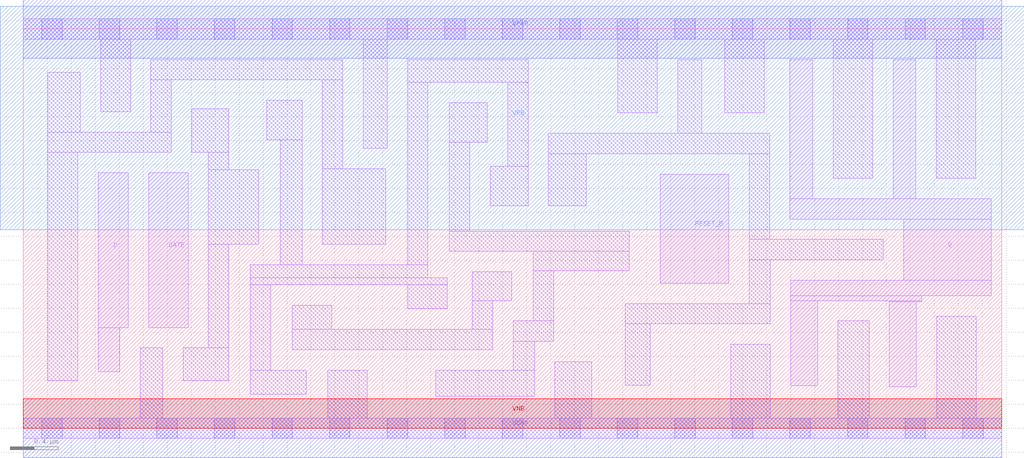
<source format=lef>
# Copyright 2020 The SkyWater PDK Authors
#
# Licensed under the Apache License, Version 2.0 (the "License");
# you may not use this file except in compliance with the License.
# You may obtain a copy of the License at
#
#     https://www.apache.org/licenses/LICENSE-2.0
#
# Unless required by applicable law or agreed to in writing, software
# distributed under the License is distributed on an "AS IS" BASIS,
# WITHOUT WARRANTIES OR CONDITIONS OF ANY KIND, either express or implied.
# See the License for the specific language governing permissions and
# limitations under the License.
#
# SPDX-License-Identifier: Apache-2.0

VERSION 5.7 ;
  NOWIREEXTENSIONATPIN ON ;
  DIVIDERCHAR "/" ;
  BUSBITCHARS "[]" ;
MACRO sky130_fd_sc_lp__dlrtp_4
  CLASS CORE ;
  FOREIGN sky130_fd_sc_lp__dlrtp_4 ;
  ORIGIN  0.000000  0.000000 ;
  SIZE  8.160000 BY  3.330000 ;
  SYMMETRY X Y R90 ;
  SITE unit ;
  PIN D
    ANTENNAGATEAREA  0.159000 ;
    DIRECTION INPUT ;
    USE SIGNAL ;
    PORT
      LAYER li1 ;
        RECT 0.625000 0.470000 0.805000 0.840000 ;
        RECT 0.625000 0.840000 0.875000 2.130000 ;
    END
  END D
  PIN Q
    ANTENNADIFFAREA  1.176000 ;
    DIRECTION OUTPUT ;
    USE SIGNAL ;
    PORT
      LAYER li1 ;
        RECT 6.395000 1.745000 8.075000 1.915000 ;
        RECT 6.395000 1.915000 6.585000 3.075000 ;
        RECT 6.400000 0.355000 6.625000 1.065000 ;
        RECT 6.400000 1.065000 7.495000 1.105000 ;
        RECT 6.400000 1.105000 8.075000 1.235000 ;
        RECT 7.225000 0.345000 7.450000 1.055000 ;
        RECT 7.225000 1.055000 7.495000 1.065000 ;
        RECT 7.255000 1.915000 7.445000 3.075000 ;
        RECT 7.345000 1.235000 8.075000 1.745000 ;
    END
  END Q
  PIN RESET_B
    ANTENNAGATEAREA  0.315000 ;
    DIRECTION INPUT ;
    USE SIGNAL ;
    PORT
      LAYER li1 ;
        RECT 5.315000 1.210000 5.885000 2.120000 ;
    END
  END RESET_B
  PIN GATE
    ANTENNAGATEAREA  0.159000 ;
    DIRECTION INPUT ;
    USE CLOCK ;
    PORT
      LAYER li1 ;
        RECT 1.045000 0.840000 1.375000 2.130000 ;
    END
  END GATE
  PIN VGND
    DIRECTION INOUT ;
    USE GROUND ;
    PORT
      LAYER met1 ;
        RECT 0.000000 -0.245000 8.160000 0.245000 ;
    END
  END VGND
  PIN VNB
    DIRECTION INOUT ;
    USE GROUND ;
    PORT
      LAYER pwell ;
        RECT 0.000000 0.000000 8.160000 0.245000 ;
    END
  END VNB
  PIN VPB
    DIRECTION INOUT ;
    USE POWER ;
    PORT
      LAYER nwell ;
        RECT -0.190000 1.655000 8.350000 3.520000 ;
    END
  END VPB
  PIN VPWR
    DIRECTION INOUT ;
    USE POWER ;
    PORT
      LAYER met1 ;
        RECT 0.000000 3.085000 8.160000 3.575000 ;
    END
  END VPWR
  OBS
    LAYER li1 ;
      RECT 0.000000 -0.085000 8.160000 0.085000 ;
      RECT 0.000000  3.245000 8.160000 3.415000 ;
      RECT 0.205000  0.395000 0.455000 2.300000 ;
      RECT 0.205000  2.300000 1.235000 2.470000 ;
      RECT 0.205000  2.470000 0.475000 2.970000 ;
      RECT 0.645000  2.640000 0.895000 3.245000 ;
      RECT 0.975000  0.085000 1.165000 0.670000 ;
      RECT 1.065000  2.470000 1.235000 2.905000 ;
      RECT 1.065000  2.905000 2.665000 3.075000 ;
      RECT 1.335000  0.395000 1.715000 0.670000 ;
      RECT 1.405000  2.300000 1.715000 2.665000 ;
      RECT 1.545000  0.670000 1.715000 1.535000 ;
      RECT 1.545000  1.535000 1.965000 2.155000 ;
      RECT 1.545000  2.155000 1.715000 2.300000 ;
      RECT 1.895000  0.285000 2.360000 0.485000 ;
      RECT 1.895000  0.485000 2.065000 1.195000 ;
      RECT 1.895000  1.195000 3.535000 1.255000 ;
      RECT 1.895000  1.255000 3.375000 1.365000 ;
      RECT 2.030000  2.405000 2.325000 2.735000 ;
      RECT 2.145000  1.365000 2.325000 2.405000 ;
      RECT 2.245000  0.655000 3.915000 0.825000 ;
      RECT 2.245000  0.825000 2.575000 1.025000 ;
      RECT 2.495000  1.535000 3.025000 2.165000 ;
      RECT 2.495000  2.165000 2.665000 2.905000 ;
      RECT 2.540000  0.085000 2.870000 0.485000 ;
      RECT 2.835000  2.335000 3.035000 3.245000 ;
      RECT 3.205000  0.995000 3.535000 1.195000 ;
      RECT 3.205000  1.365000 3.375000 2.885000 ;
      RECT 3.205000  2.885000 4.210000 3.075000 ;
      RECT 3.440000  0.265000 4.265000 0.485000 ;
      RECT 3.555000  1.475000 5.055000 1.645000 ;
      RECT 3.555000  1.645000 3.725000 2.385000 ;
      RECT 3.555000  2.385000 3.870000 2.715000 ;
      RECT 3.745000  0.825000 3.915000 1.065000 ;
      RECT 3.745000  1.065000 4.075000 1.305000 ;
      RECT 3.895000  1.855000 4.210000 2.185000 ;
      RECT 4.040000  2.185000 4.210000 2.885000 ;
      RECT 4.085000  0.485000 4.265000 0.725000 ;
      RECT 4.085000  0.725000 4.425000 0.895000 ;
      RECT 4.255000  0.895000 4.425000 1.315000 ;
      RECT 4.255000  1.315000 5.055000 1.475000 ;
      RECT 4.380000  1.855000 4.695000 2.290000 ;
      RECT 4.380000  2.290000 6.225000 2.460000 ;
      RECT 4.435000  0.085000 4.740000 0.555000 ;
      RECT 4.960000  2.630000 5.290000 3.245000 ;
      RECT 5.020000  0.360000 5.230000 0.870000 ;
      RECT 5.020000  0.870000 6.230000 1.040000 ;
      RECT 5.460000  2.460000 5.660000 3.075000 ;
      RECT 5.850000  2.630000 6.180000 3.245000 ;
      RECT 5.900000  0.085000 6.230000 0.700000 ;
      RECT 6.055000  1.040000 6.230000 1.405000 ;
      RECT 6.055000  1.405000 7.175000 1.575000 ;
      RECT 6.055000  1.575000 6.225000 2.290000 ;
      RECT 6.755000  2.085000 7.085000 3.245000 ;
      RECT 6.795000  0.085000 7.055000 0.895000 ;
      RECT 7.615000  2.085000 7.945000 3.245000 ;
      RECT 7.620000  0.085000 7.950000 0.935000 ;
    LAYER mcon ;
      RECT 0.155000 -0.085000 0.325000 0.085000 ;
      RECT 0.155000  3.245000 0.325000 3.415000 ;
      RECT 0.635000 -0.085000 0.805000 0.085000 ;
      RECT 0.635000  3.245000 0.805000 3.415000 ;
      RECT 1.115000 -0.085000 1.285000 0.085000 ;
      RECT 1.115000  3.245000 1.285000 3.415000 ;
      RECT 1.595000 -0.085000 1.765000 0.085000 ;
      RECT 1.595000  3.245000 1.765000 3.415000 ;
      RECT 2.075000 -0.085000 2.245000 0.085000 ;
      RECT 2.075000  3.245000 2.245000 3.415000 ;
      RECT 2.555000 -0.085000 2.725000 0.085000 ;
      RECT 2.555000  3.245000 2.725000 3.415000 ;
      RECT 3.035000 -0.085000 3.205000 0.085000 ;
      RECT 3.035000  3.245000 3.205000 3.415000 ;
      RECT 3.515000 -0.085000 3.685000 0.085000 ;
      RECT 3.515000  3.245000 3.685000 3.415000 ;
      RECT 3.995000 -0.085000 4.165000 0.085000 ;
      RECT 3.995000  3.245000 4.165000 3.415000 ;
      RECT 4.475000 -0.085000 4.645000 0.085000 ;
      RECT 4.475000  3.245000 4.645000 3.415000 ;
      RECT 4.955000 -0.085000 5.125000 0.085000 ;
      RECT 4.955000  3.245000 5.125000 3.415000 ;
      RECT 5.435000 -0.085000 5.605000 0.085000 ;
      RECT 5.435000  3.245000 5.605000 3.415000 ;
      RECT 5.915000 -0.085000 6.085000 0.085000 ;
      RECT 5.915000  3.245000 6.085000 3.415000 ;
      RECT 6.395000 -0.085000 6.565000 0.085000 ;
      RECT 6.395000  3.245000 6.565000 3.415000 ;
      RECT 6.875000 -0.085000 7.045000 0.085000 ;
      RECT 6.875000  3.245000 7.045000 3.415000 ;
      RECT 7.355000 -0.085000 7.525000 0.085000 ;
      RECT 7.355000  3.245000 7.525000 3.415000 ;
      RECT 7.835000 -0.085000 8.005000 0.085000 ;
      RECT 7.835000  3.245000 8.005000 3.415000 ;
  END
END sky130_fd_sc_lp__dlrtp_4
END LIBRARY

</source>
